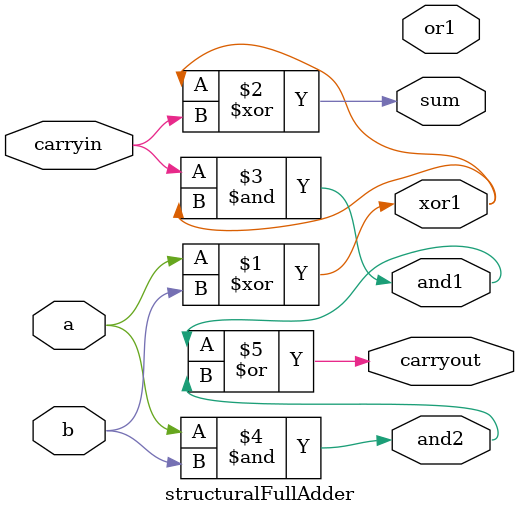
<source format=v>
`define AND and #50
`define OR or #50
`define NOT not #50
`define XOR xor #50

module behavioralFullAdder
(
    output sum, 
    output carryout,
    input a, 
    input b, 
    input carryin
);
    // Uses concatenation operator and built-in '+'
    assign {carryout, sum}=a+b+carryin;
endmodule

module structuralFullAdder
(
    output sum, 
    output carryout,
    input a, 
    input b, 
    input carryin,
    output xor1, and1, and2, or1
);
    // Your adder code here
    xor xorgate1(xor1, a, b);
    xor xorgate2(sum, xor1, carryin);
    and andgate1(and1, carryin, xor1);
    and andgate2(and2, a, b);
    or orgate(carryout, and1, and2);



endmodule

</source>
